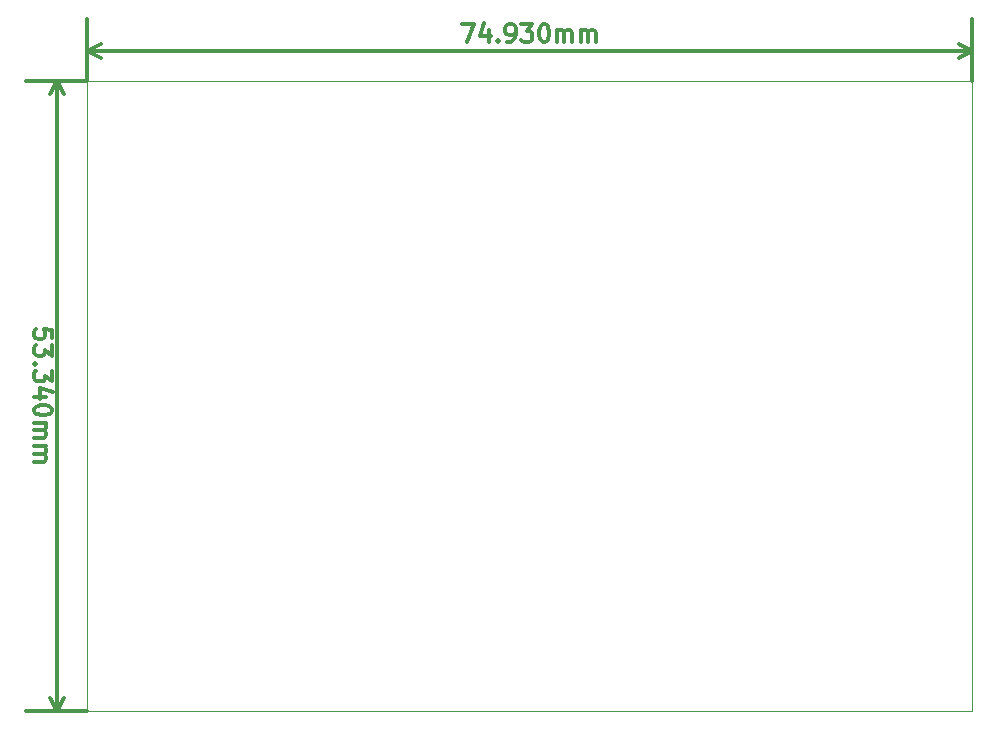
<source format=gbr>
G04 (created by PCBNEW (2013-07-07 BZR 4022)-stable) date 2013/11/02 22:19:29*
%MOIN*%
G04 Gerber Fmt 3.4, Leading zero omitted, Abs format*
%FSLAX34Y34*%
G01*
G70*
G90*
G04 APERTURE LIST*
%ADD10C,0.00590551*%
%ADD11C,0.00393701*%
%ADD12C,0.011811*%
G04 APERTURE END LIST*
G54D10*
G54D11*
X13500Y-30500D02*
X13500Y-9500D01*
X43000Y-30500D02*
X13500Y-30500D01*
X43000Y-9500D02*
X43000Y-30500D01*
X13500Y-9500D02*
X43000Y-9500D01*
G54D12*
X12320Y-18087D02*
X12320Y-17806D01*
X12038Y-17778D01*
X12066Y-17806D01*
X12095Y-17862D01*
X12095Y-18003D01*
X12066Y-18059D01*
X12038Y-18087D01*
X11982Y-18115D01*
X11841Y-18115D01*
X11785Y-18087D01*
X11757Y-18059D01*
X11729Y-18003D01*
X11729Y-17862D01*
X11757Y-17806D01*
X11785Y-17778D01*
X12320Y-18312D02*
X12320Y-18678D01*
X12095Y-18481D01*
X12095Y-18565D01*
X12066Y-18622D01*
X12038Y-18650D01*
X11982Y-18678D01*
X11841Y-18678D01*
X11785Y-18650D01*
X11757Y-18622D01*
X11729Y-18565D01*
X11729Y-18397D01*
X11757Y-18340D01*
X11785Y-18312D01*
X11785Y-18931D02*
X11757Y-18959D01*
X11729Y-18931D01*
X11757Y-18903D01*
X11785Y-18931D01*
X11729Y-18931D01*
X12320Y-19156D02*
X12320Y-19521D01*
X12095Y-19325D01*
X12095Y-19409D01*
X12066Y-19465D01*
X12038Y-19493D01*
X11982Y-19521D01*
X11841Y-19521D01*
X11785Y-19493D01*
X11757Y-19465D01*
X11729Y-19409D01*
X11729Y-19240D01*
X11757Y-19184D01*
X11785Y-19156D01*
X12123Y-20028D02*
X11729Y-20028D01*
X12348Y-19887D02*
X11926Y-19746D01*
X11926Y-20112D01*
X12320Y-20449D02*
X12320Y-20506D01*
X12291Y-20562D01*
X12263Y-20590D01*
X12207Y-20618D01*
X12095Y-20646D01*
X11954Y-20646D01*
X11841Y-20618D01*
X11785Y-20590D01*
X11757Y-20562D01*
X11729Y-20506D01*
X11729Y-20449D01*
X11757Y-20393D01*
X11785Y-20365D01*
X11841Y-20337D01*
X11954Y-20309D01*
X12095Y-20309D01*
X12207Y-20337D01*
X12263Y-20365D01*
X12291Y-20393D01*
X12320Y-20449D01*
X11729Y-20899D02*
X12123Y-20899D01*
X12066Y-20899D02*
X12095Y-20928D01*
X12123Y-20984D01*
X12123Y-21068D01*
X12095Y-21124D01*
X12038Y-21152D01*
X11729Y-21152D01*
X12038Y-21152D02*
X12095Y-21181D01*
X12123Y-21237D01*
X12123Y-21321D01*
X12095Y-21377D01*
X12038Y-21406D01*
X11729Y-21406D01*
X11729Y-21687D02*
X12123Y-21687D01*
X12066Y-21687D02*
X12095Y-21715D01*
X12123Y-21771D01*
X12123Y-21856D01*
X12095Y-21912D01*
X12038Y-21940D01*
X11729Y-21940D01*
X12038Y-21940D02*
X12095Y-21968D01*
X12123Y-22024D01*
X12123Y-22109D01*
X12095Y-22165D01*
X12038Y-22193D01*
X11729Y-22193D01*
X12500Y-9500D02*
X12500Y-30500D01*
X13500Y-9500D02*
X11437Y-9500D01*
X13500Y-30500D02*
X11437Y-30500D01*
X12500Y-30500D02*
X12269Y-30056D01*
X12500Y-30500D02*
X12730Y-30056D01*
X12500Y-9500D02*
X12269Y-9943D01*
X12500Y-9500D02*
X12730Y-9943D01*
X26000Y-7616D02*
X26393Y-7616D01*
X26140Y-8207D01*
X26872Y-7813D02*
X26872Y-8207D01*
X26731Y-7588D02*
X26590Y-8010D01*
X26956Y-8010D01*
X27181Y-8151D02*
X27209Y-8179D01*
X27181Y-8207D01*
X27153Y-8179D01*
X27181Y-8151D01*
X27181Y-8207D01*
X27490Y-8207D02*
X27603Y-8207D01*
X27659Y-8179D01*
X27687Y-8151D01*
X27743Y-8066D01*
X27771Y-7954D01*
X27771Y-7729D01*
X27743Y-7673D01*
X27715Y-7645D01*
X27659Y-7616D01*
X27546Y-7616D01*
X27490Y-7645D01*
X27462Y-7673D01*
X27434Y-7729D01*
X27434Y-7870D01*
X27462Y-7926D01*
X27490Y-7954D01*
X27546Y-7982D01*
X27659Y-7982D01*
X27715Y-7954D01*
X27743Y-7926D01*
X27771Y-7870D01*
X27968Y-7616D02*
X28334Y-7616D01*
X28137Y-7841D01*
X28221Y-7841D01*
X28278Y-7870D01*
X28306Y-7898D01*
X28334Y-7954D01*
X28334Y-8095D01*
X28306Y-8151D01*
X28278Y-8179D01*
X28221Y-8207D01*
X28053Y-8207D01*
X27996Y-8179D01*
X27968Y-8151D01*
X28699Y-7616D02*
X28756Y-7616D01*
X28812Y-7645D01*
X28840Y-7673D01*
X28868Y-7729D01*
X28896Y-7841D01*
X28896Y-7982D01*
X28868Y-8095D01*
X28840Y-8151D01*
X28812Y-8179D01*
X28756Y-8207D01*
X28699Y-8207D01*
X28643Y-8179D01*
X28615Y-8151D01*
X28587Y-8095D01*
X28559Y-7982D01*
X28559Y-7841D01*
X28587Y-7729D01*
X28615Y-7673D01*
X28643Y-7645D01*
X28699Y-7616D01*
X29149Y-8207D02*
X29149Y-7813D01*
X29149Y-7870D02*
X29178Y-7841D01*
X29234Y-7813D01*
X29318Y-7813D01*
X29374Y-7841D01*
X29402Y-7898D01*
X29402Y-8207D01*
X29402Y-7898D02*
X29431Y-7841D01*
X29487Y-7813D01*
X29571Y-7813D01*
X29627Y-7841D01*
X29656Y-7898D01*
X29656Y-8207D01*
X29937Y-8207D02*
X29937Y-7813D01*
X29937Y-7870D02*
X29965Y-7841D01*
X30021Y-7813D01*
X30106Y-7813D01*
X30162Y-7841D01*
X30190Y-7898D01*
X30190Y-8207D01*
X30190Y-7898D02*
X30218Y-7841D01*
X30274Y-7813D01*
X30359Y-7813D01*
X30415Y-7841D01*
X30443Y-7898D01*
X30443Y-8207D01*
X13500Y-8500D02*
X43000Y-8500D01*
X13500Y-9500D02*
X13500Y-7437D01*
X43000Y-9500D02*
X43000Y-7437D01*
X43000Y-8500D02*
X42556Y-8730D01*
X43000Y-8500D02*
X42556Y-8269D01*
X13500Y-8500D02*
X13943Y-8730D01*
X13500Y-8500D02*
X13943Y-8269D01*
M02*

</source>
